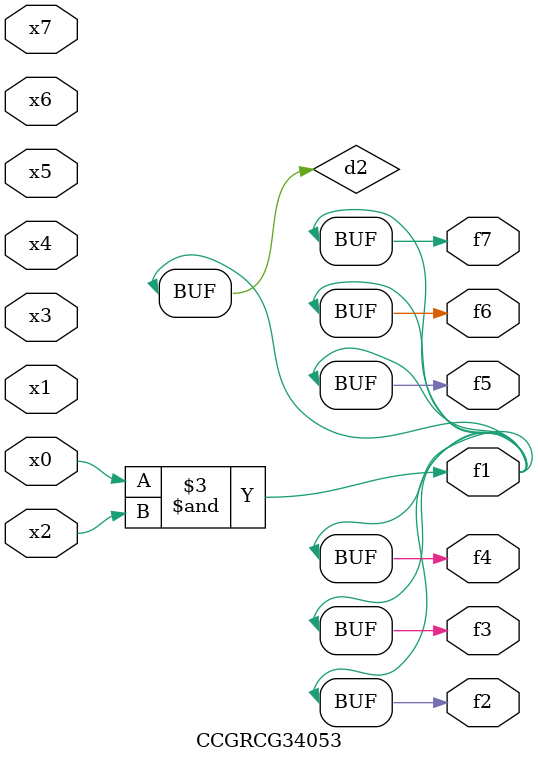
<source format=v>
module CCGRCG34053(
	input x0, x1, x2, x3, x4, x5, x6, x7,
	output f1, f2, f3, f4, f5, f6, f7
);

	wire d1, d2;

	nor (d1, x3, x6);
	and (d2, x0, x2);
	assign f1 = d2;
	assign f2 = d2;
	assign f3 = d2;
	assign f4 = d2;
	assign f5 = d2;
	assign f6 = d2;
	assign f7 = d2;
endmodule

</source>
